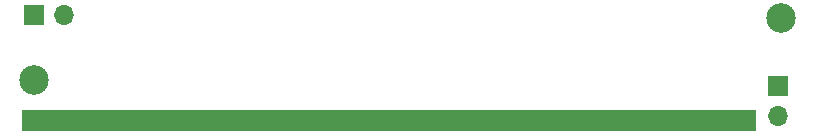
<source format=gbr>
%TF.GenerationSoftware,KiCad,Pcbnew,(5.1.6)-1*%
%TF.CreationDate,2021-04-28T12:53:02+02:00*%
%TF.ProjectId,start_leds_v1,73746172-745f-46c6-9564-735f76312e6b,rev?*%
%TF.SameCoordinates,Original*%
%TF.FileFunction,Copper,L2,Bot*%
%TF.FilePolarity,Positive*%
%FSLAX46Y46*%
G04 Gerber Fmt 4.6, Leading zero omitted, Abs format (unit mm)*
G04 Created by KiCad (PCBNEW (5.1.6)-1) date 2021-04-28 12:53:02*
%MOMM*%
%LPD*%
G01*
G04 APERTURE LIST*
%TA.AperFunction,NonConductor*%
%ADD10C,0.100000*%
%TD*%
%TA.AperFunction,ComponentPad*%
%ADD11C,2.499360*%
%TD*%
%TA.AperFunction,ComponentPad*%
%ADD12O,1.700000X1.700000*%
%TD*%
%TA.AperFunction,ComponentPad*%
%ADD13R,1.700000X1.700000*%
%TD*%
%TA.AperFunction,ViaPad*%
%ADD14C,0.800000*%
%TD*%
G04 APERTURE END LIST*
D10*
G36*
X151000000Y-65750000D02*
G01*
X89000000Y-65750000D01*
X89000000Y-64000000D01*
X151000000Y-64000000D01*
X151000000Y-65750000D01*
G37*
X151000000Y-65750000D02*
X89000000Y-65750000D01*
X89000000Y-64000000D01*
X151000000Y-64000000D01*
X151000000Y-65750000D01*
D11*
%TO.P,REF\u002A\u002A,1*%
%TO.N,/neg*%
X153250000Y-56250000D03*
%TD*%
%TO.P,REF\u002A\u002A,1*%
%TO.N,/pos*%
X90000000Y-61500000D03*
%TD*%
D12*
%TO.P,J2,2*%
%TO.N,/pos*%
X92540000Y-56000000D03*
D13*
%TO.P,J2,1*%
X90000000Y-56000000D03*
%TD*%
D12*
%TO.P,J1,2*%
%TO.N,/neg*%
X153000000Y-64540000D03*
D13*
%TO.P,J1,1*%
X153000000Y-62000000D03*
%TD*%
D14*
%TO.N,*%
X90000000Y-65000000D03*
X94000000Y-65000000D03*
X98000000Y-65000000D03*
X102000000Y-65000000D03*
X106000000Y-65000000D03*
X110000000Y-65000000D03*
X114000000Y-65000000D03*
X118000000Y-65000000D03*
X122000000Y-65000000D03*
X126000000Y-65000000D03*
X130000000Y-65000000D03*
X134000000Y-65000000D03*
X138000000Y-65000000D03*
X142000000Y-65000000D03*
X146000000Y-65000000D03*
X150000000Y-65000000D03*
%TD*%
M02*

</source>
